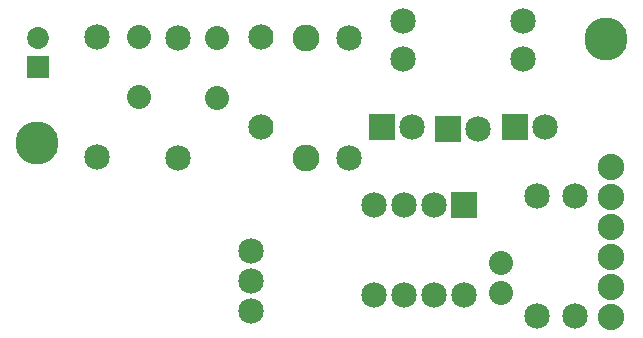
<source format=gbs>
G04 MADE WITH FRITZING*
G04 WWW.FRITZING.ORG*
G04 DOUBLE SIDED*
G04 HOLES PLATED*
G04 CONTOUR ON CENTER OF CONTOUR VECTOR*
%ASAXBY*%
%FSLAX23Y23*%
%MOIN*%
%OFA0B0*%
%SFA1.0B1.0*%
%ADD10C,0.143858*%
%ADD11C,0.085000*%
%ADD12C,0.072992*%
%ADD13C,0.080000*%
%ADD14C,0.084000*%
%ADD15C,0.090000*%
%ADD16C,0.088000*%
%ADD17R,0.085000X0.085000*%
%ADD18R,0.072992X0.072992*%
%LNMASK0*%
G90*
G70*
G54D10*
X2063Y1052D03*
X165Y706D03*
G54D11*
X1587Y497D03*
X1587Y197D03*
X1487Y497D03*
X1487Y197D03*
X1387Y497D03*
X1387Y197D03*
X1287Y497D03*
X1287Y197D03*
G54D12*
X169Y958D03*
X169Y1056D03*
G54D11*
X366Y659D03*
X366Y1059D03*
G54D13*
X504Y860D03*
X504Y1060D03*
G54D11*
X634Y655D03*
X634Y1055D03*
G54D13*
X764Y856D03*
X764Y1056D03*
G54D14*
X913Y757D03*
X913Y1057D03*
G54D15*
X1063Y656D03*
X1063Y1056D03*
G54D11*
X1205Y655D03*
X1205Y1055D03*
X1386Y1112D03*
X1786Y1112D03*
X1386Y986D03*
X1786Y986D03*
X1760Y757D03*
X1860Y757D03*
X1535Y753D03*
X1635Y753D03*
X1315Y757D03*
X1415Y757D03*
G54D13*
X1713Y206D03*
X1713Y306D03*
G54D11*
X1957Y127D03*
X1957Y527D03*
X1831Y127D03*
X1831Y527D03*
G54D16*
X2079Y626D03*
X2079Y526D03*
X2079Y426D03*
X2079Y326D03*
X2079Y226D03*
X2079Y126D03*
G54D11*
X878Y344D03*
X878Y244D03*
X878Y144D03*
G54D17*
X1587Y497D03*
G54D18*
X169Y958D03*
G54D17*
X1760Y757D03*
X1535Y753D03*
X1315Y757D03*
G04 End of Mask0*
M02*
</source>
